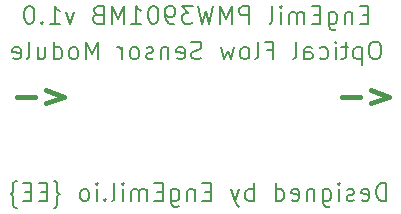
<source format=gbr>
%TF.GenerationSoftware,KiCad,Pcbnew,9.0.2*%
%TF.CreationDate,2025-06-12T16:07:02+02:00*%
%TF.ProjectId,engemil_pmw3901mb,656e6765-6d69-46c5-9f70-6d7733393031,1*%
%TF.SameCoordinates,Original*%
%TF.FileFunction,Legend,Bot*%
%TF.FilePolarity,Positive*%
%FSLAX46Y46*%
G04 Gerber Fmt 4.6, Leading zero omitted, Abs format (unit mm)*
G04 Created by KiCad (PCBNEW 9.0.2) date 2025-06-12 16:07:02*
%MOMM*%
%LPD*%
G01*
G04 APERTURE LIST*
%ADD10C,0.200000*%
%ADD11C,0.400000*%
G04 APERTURE END LIST*
D10*
X164725564Y-110306028D02*
X164439850Y-110306028D01*
X164439850Y-110306028D02*
X164296993Y-110377457D01*
X164296993Y-110377457D02*
X164154136Y-110520314D01*
X164154136Y-110520314D02*
X164082707Y-110806028D01*
X164082707Y-110806028D02*
X164082707Y-111306028D01*
X164082707Y-111306028D02*
X164154136Y-111591742D01*
X164154136Y-111591742D02*
X164296993Y-111734600D01*
X164296993Y-111734600D02*
X164439850Y-111806028D01*
X164439850Y-111806028D02*
X164725564Y-111806028D01*
X164725564Y-111806028D02*
X164868422Y-111734600D01*
X164868422Y-111734600D02*
X165011279Y-111591742D01*
X165011279Y-111591742D02*
X165082707Y-111306028D01*
X165082707Y-111306028D02*
X165082707Y-110806028D01*
X165082707Y-110806028D02*
X165011279Y-110520314D01*
X165011279Y-110520314D02*
X164868422Y-110377457D01*
X164868422Y-110377457D02*
X164725564Y-110306028D01*
X163439850Y-110806028D02*
X163439850Y-112306028D01*
X163439850Y-110877457D02*
X163296993Y-110806028D01*
X163296993Y-110806028D02*
X163011278Y-110806028D01*
X163011278Y-110806028D02*
X162868421Y-110877457D01*
X162868421Y-110877457D02*
X162796993Y-110948885D01*
X162796993Y-110948885D02*
X162725564Y-111091742D01*
X162725564Y-111091742D02*
X162725564Y-111520314D01*
X162725564Y-111520314D02*
X162796993Y-111663171D01*
X162796993Y-111663171D02*
X162868421Y-111734600D01*
X162868421Y-111734600D02*
X163011278Y-111806028D01*
X163011278Y-111806028D02*
X163296993Y-111806028D01*
X163296993Y-111806028D02*
X163439850Y-111734600D01*
X162296992Y-110806028D02*
X161725564Y-110806028D01*
X162082707Y-110306028D02*
X162082707Y-111591742D01*
X162082707Y-111591742D02*
X162011278Y-111734600D01*
X162011278Y-111734600D02*
X161868421Y-111806028D01*
X161868421Y-111806028D02*
X161725564Y-111806028D01*
X161225564Y-111806028D02*
X161225564Y-110806028D01*
X161225564Y-110306028D02*
X161296992Y-110377457D01*
X161296992Y-110377457D02*
X161225564Y-110448885D01*
X161225564Y-110448885D02*
X161154135Y-110377457D01*
X161154135Y-110377457D02*
X161225564Y-110306028D01*
X161225564Y-110306028D02*
X161225564Y-110448885D01*
X159868421Y-111734600D02*
X160011278Y-111806028D01*
X160011278Y-111806028D02*
X160296992Y-111806028D01*
X160296992Y-111806028D02*
X160439849Y-111734600D01*
X160439849Y-111734600D02*
X160511278Y-111663171D01*
X160511278Y-111663171D02*
X160582706Y-111520314D01*
X160582706Y-111520314D02*
X160582706Y-111091742D01*
X160582706Y-111091742D02*
X160511278Y-110948885D01*
X160511278Y-110948885D02*
X160439849Y-110877457D01*
X160439849Y-110877457D02*
X160296992Y-110806028D01*
X160296992Y-110806028D02*
X160011278Y-110806028D01*
X160011278Y-110806028D02*
X159868421Y-110877457D01*
X158582707Y-111806028D02*
X158582707Y-111020314D01*
X158582707Y-111020314D02*
X158654135Y-110877457D01*
X158654135Y-110877457D02*
X158796992Y-110806028D01*
X158796992Y-110806028D02*
X159082707Y-110806028D01*
X159082707Y-110806028D02*
X159225564Y-110877457D01*
X158582707Y-111734600D02*
X158725564Y-111806028D01*
X158725564Y-111806028D02*
X159082707Y-111806028D01*
X159082707Y-111806028D02*
X159225564Y-111734600D01*
X159225564Y-111734600D02*
X159296992Y-111591742D01*
X159296992Y-111591742D02*
X159296992Y-111448885D01*
X159296992Y-111448885D02*
X159225564Y-111306028D01*
X159225564Y-111306028D02*
X159082707Y-111234600D01*
X159082707Y-111234600D02*
X158725564Y-111234600D01*
X158725564Y-111234600D02*
X158582707Y-111163171D01*
X157654135Y-111806028D02*
X157796992Y-111734600D01*
X157796992Y-111734600D02*
X157868421Y-111591742D01*
X157868421Y-111591742D02*
X157868421Y-110306028D01*
X155439850Y-111020314D02*
X155939850Y-111020314D01*
X155939850Y-111806028D02*
X155939850Y-110306028D01*
X155939850Y-110306028D02*
X155225564Y-110306028D01*
X154439850Y-111806028D02*
X154582707Y-111734600D01*
X154582707Y-111734600D02*
X154654136Y-111591742D01*
X154654136Y-111591742D02*
X154654136Y-110306028D01*
X153654136Y-111806028D02*
X153796993Y-111734600D01*
X153796993Y-111734600D02*
X153868422Y-111663171D01*
X153868422Y-111663171D02*
X153939850Y-111520314D01*
X153939850Y-111520314D02*
X153939850Y-111091742D01*
X153939850Y-111091742D02*
X153868422Y-110948885D01*
X153868422Y-110948885D02*
X153796993Y-110877457D01*
X153796993Y-110877457D02*
X153654136Y-110806028D01*
X153654136Y-110806028D02*
X153439850Y-110806028D01*
X153439850Y-110806028D02*
X153296993Y-110877457D01*
X153296993Y-110877457D02*
X153225565Y-110948885D01*
X153225565Y-110948885D02*
X153154136Y-111091742D01*
X153154136Y-111091742D02*
X153154136Y-111520314D01*
X153154136Y-111520314D02*
X153225565Y-111663171D01*
X153225565Y-111663171D02*
X153296993Y-111734600D01*
X153296993Y-111734600D02*
X153439850Y-111806028D01*
X153439850Y-111806028D02*
X153654136Y-111806028D01*
X152654136Y-110806028D02*
X152368422Y-111806028D01*
X152368422Y-111806028D02*
X152082707Y-111091742D01*
X152082707Y-111091742D02*
X151796993Y-111806028D01*
X151796993Y-111806028D02*
X151511279Y-110806028D01*
X149868421Y-111734600D02*
X149654136Y-111806028D01*
X149654136Y-111806028D02*
X149296993Y-111806028D01*
X149296993Y-111806028D02*
X149154136Y-111734600D01*
X149154136Y-111734600D02*
X149082707Y-111663171D01*
X149082707Y-111663171D02*
X149011278Y-111520314D01*
X149011278Y-111520314D02*
X149011278Y-111377457D01*
X149011278Y-111377457D02*
X149082707Y-111234600D01*
X149082707Y-111234600D02*
X149154136Y-111163171D01*
X149154136Y-111163171D02*
X149296993Y-111091742D01*
X149296993Y-111091742D02*
X149582707Y-111020314D01*
X149582707Y-111020314D02*
X149725564Y-110948885D01*
X149725564Y-110948885D02*
X149796993Y-110877457D01*
X149796993Y-110877457D02*
X149868421Y-110734600D01*
X149868421Y-110734600D02*
X149868421Y-110591742D01*
X149868421Y-110591742D02*
X149796993Y-110448885D01*
X149796993Y-110448885D02*
X149725564Y-110377457D01*
X149725564Y-110377457D02*
X149582707Y-110306028D01*
X149582707Y-110306028D02*
X149225564Y-110306028D01*
X149225564Y-110306028D02*
X149011278Y-110377457D01*
X147796993Y-111734600D02*
X147939850Y-111806028D01*
X147939850Y-111806028D02*
X148225565Y-111806028D01*
X148225565Y-111806028D02*
X148368422Y-111734600D01*
X148368422Y-111734600D02*
X148439850Y-111591742D01*
X148439850Y-111591742D02*
X148439850Y-111020314D01*
X148439850Y-111020314D02*
X148368422Y-110877457D01*
X148368422Y-110877457D02*
X148225565Y-110806028D01*
X148225565Y-110806028D02*
X147939850Y-110806028D01*
X147939850Y-110806028D02*
X147796993Y-110877457D01*
X147796993Y-110877457D02*
X147725565Y-111020314D01*
X147725565Y-111020314D02*
X147725565Y-111163171D01*
X147725565Y-111163171D02*
X148439850Y-111306028D01*
X147082708Y-110806028D02*
X147082708Y-111806028D01*
X147082708Y-110948885D02*
X147011279Y-110877457D01*
X147011279Y-110877457D02*
X146868422Y-110806028D01*
X146868422Y-110806028D02*
X146654136Y-110806028D01*
X146654136Y-110806028D02*
X146511279Y-110877457D01*
X146511279Y-110877457D02*
X146439851Y-111020314D01*
X146439851Y-111020314D02*
X146439851Y-111806028D01*
X145796993Y-111734600D02*
X145654136Y-111806028D01*
X145654136Y-111806028D02*
X145368422Y-111806028D01*
X145368422Y-111806028D02*
X145225565Y-111734600D01*
X145225565Y-111734600D02*
X145154136Y-111591742D01*
X145154136Y-111591742D02*
X145154136Y-111520314D01*
X145154136Y-111520314D02*
X145225565Y-111377457D01*
X145225565Y-111377457D02*
X145368422Y-111306028D01*
X145368422Y-111306028D02*
X145582708Y-111306028D01*
X145582708Y-111306028D02*
X145725565Y-111234600D01*
X145725565Y-111234600D02*
X145796993Y-111091742D01*
X145796993Y-111091742D02*
X145796993Y-111020314D01*
X145796993Y-111020314D02*
X145725565Y-110877457D01*
X145725565Y-110877457D02*
X145582708Y-110806028D01*
X145582708Y-110806028D02*
X145368422Y-110806028D01*
X145368422Y-110806028D02*
X145225565Y-110877457D01*
X144296993Y-111806028D02*
X144439850Y-111734600D01*
X144439850Y-111734600D02*
X144511279Y-111663171D01*
X144511279Y-111663171D02*
X144582707Y-111520314D01*
X144582707Y-111520314D02*
X144582707Y-111091742D01*
X144582707Y-111091742D02*
X144511279Y-110948885D01*
X144511279Y-110948885D02*
X144439850Y-110877457D01*
X144439850Y-110877457D02*
X144296993Y-110806028D01*
X144296993Y-110806028D02*
X144082707Y-110806028D01*
X144082707Y-110806028D02*
X143939850Y-110877457D01*
X143939850Y-110877457D02*
X143868422Y-110948885D01*
X143868422Y-110948885D02*
X143796993Y-111091742D01*
X143796993Y-111091742D02*
X143796993Y-111520314D01*
X143796993Y-111520314D02*
X143868422Y-111663171D01*
X143868422Y-111663171D02*
X143939850Y-111734600D01*
X143939850Y-111734600D02*
X144082707Y-111806028D01*
X144082707Y-111806028D02*
X144296993Y-111806028D01*
X143154136Y-111806028D02*
X143154136Y-110806028D01*
X143154136Y-111091742D02*
X143082707Y-110948885D01*
X143082707Y-110948885D02*
X143011279Y-110877457D01*
X143011279Y-110877457D02*
X142868421Y-110806028D01*
X142868421Y-110806028D02*
X142725564Y-110806028D01*
X141082708Y-111806028D02*
X141082708Y-110306028D01*
X141082708Y-110306028D02*
X140582708Y-111377457D01*
X140582708Y-111377457D02*
X140082708Y-110306028D01*
X140082708Y-110306028D02*
X140082708Y-111806028D01*
X139154136Y-111806028D02*
X139296993Y-111734600D01*
X139296993Y-111734600D02*
X139368422Y-111663171D01*
X139368422Y-111663171D02*
X139439850Y-111520314D01*
X139439850Y-111520314D02*
X139439850Y-111091742D01*
X139439850Y-111091742D02*
X139368422Y-110948885D01*
X139368422Y-110948885D02*
X139296993Y-110877457D01*
X139296993Y-110877457D02*
X139154136Y-110806028D01*
X139154136Y-110806028D02*
X138939850Y-110806028D01*
X138939850Y-110806028D02*
X138796993Y-110877457D01*
X138796993Y-110877457D02*
X138725565Y-110948885D01*
X138725565Y-110948885D02*
X138654136Y-111091742D01*
X138654136Y-111091742D02*
X138654136Y-111520314D01*
X138654136Y-111520314D02*
X138725565Y-111663171D01*
X138725565Y-111663171D02*
X138796993Y-111734600D01*
X138796993Y-111734600D02*
X138939850Y-111806028D01*
X138939850Y-111806028D02*
X139154136Y-111806028D01*
X137368422Y-111806028D02*
X137368422Y-110306028D01*
X137368422Y-111734600D02*
X137511279Y-111806028D01*
X137511279Y-111806028D02*
X137796993Y-111806028D01*
X137796993Y-111806028D02*
X137939850Y-111734600D01*
X137939850Y-111734600D02*
X138011279Y-111663171D01*
X138011279Y-111663171D02*
X138082707Y-111520314D01*
X138082707Y-111520314D02*
X138082707Y-111091742D01*
X138082707Y-111091742D02*
X138011279Y-110948885D01*
X138011279Y-110948885D02*
X137939850Y-110877457D01*
X137939850Y-110877457D02*
X137796993Y-110806028D01*
X137796993Y-110806028D02*
X137511279Y-110806028D01*
X137511279Y-110806028D02*
X137368422Y-110877457D01*
X136011279Y-110806028D02*
X136011279Y-111806028D01*
X136654136Y-110806028D02*
X136654136Y-111591742D01*
X136654136Y-111591742D02*
X136582707Y-111734600D01*
X136582707Y-111734600D02*
X136439850Y-111806028D01*
X136439850Y-111806028D02*
X136225564Y-111806028D01*
X136225564Y-111806028D02*
X136082707Y-111734600D01*
X136082707Y-111734600D02*
X136011279Y-111663171D01*
X135082707Y-111806028D02*
X135225564Y-111734600D01*
X135225564Y-111734600D02*
X135296993Y-111591742D01*
X135296993Y-111591742D02*
X135296993Y-110306028D01*
X133939850Y-111734600D02*
X134082707Y-111806028D01*
X134082707Y-111806028D02*
X134368422Y-111806028D01*
X134368422Y-111806028D02*
X134511279Y-111734600D01*
X134511279Y-111734600D02*
X134582707Y-111591742D01*
X134582707Y-111591742D02*
X134582707Y-111020314D01*
X134582707Y-111020314D02*
X134511279Y-110877457D01*
X134511279Y-110877457D02*
X134368422Y-110806028D01*
X134368422Y-110806028D02*
X134082707Y-110806028D01*
X134082707Y-110806028D02*
X133939850Y-110877457D01*
X133939850Y-110877457D02*
X133868422Y-111020314D01*
X133868422Y-111020314D02*
X133868422Y-111163171D01*
X133868422Y-111163171D02*
X134582707Y-111306028D01*
X165511279Y-123806028D02*
X165511279Y-122306028D01*
X165511279Y-122306028D02*
X165154136Y-122306028D01*
X165154136Y-122306028D02*
X164939850Y-122377457D01*
X164939850Y-122377457D02*
X164796993Y-122520314D01*
X164796993Y-122520314D02*
X164725564Y-122663171D01*
X164725564Y-122663171D02*
X164654136Y-122948885D01*
X164654136Y-122948885D02*
X164654136Y-123163171D01*
X164654136Y-123163171D02*
X164725564Y-123448885D01*
X164725564Y-123448885D02*
X164796993Y-123591742D01*
X164796993Y-123591742D02*
X164939850Y-123734600D01*
X164939850Y-123734600D02*
X165154136Y-123806028D01*
X165154136Y-123806028D02*
X165511279Y-123806028D01*
X163439850Y-123734600D02*
X163582707Y-123806028D01*
X163582707Y-123806028D02*
X163868422Y-123806028D01*
X163868422Y-123806028D02*
X164011279Y-123734600D01*
X164011279Y-123734600D02*
X164082707Y-123591742D01*
X164082707Y-123591742D02*
X164082707Y-123020314D01*
X164082707Y-123020314D02*
X164011279Y-122877457D01*
X164011279Y-122877457D02*
X163868422Y-122806028D01*
X163868422Y-122806028D02*
X163582707Y-122806028D01*
X163582707Y-122806028D02*
X163439850Y-122877457D01*
X163439850Y-122877457D02*
X163368422Y-123020314D01*
X163368422Y-123020314D02*
X163368422Y-123163171D01*
X163368422Y-123163171D02*
X164082707Y-123306028D01*
X162796993Y-123734600D02*
X162654136Y-123806028D01*
X162654136Y-123806028D02*
X162368422Y-123806028D01*
X162368422Y-123806028D02*
X162225565Y-123734600D01*
X162225565Y-123734600D02*
X162154136Y-123591742D01*
X162154136Y-123591742D02*
X162154136Y-123520314D01*
X162154136Y-123520314D02*
X162225565Y-123377457D01*
X162225565Y-123377457D02*
X162368422Y-123306028D01*
X162368422Y-123306028D02*
X162582708Y-123306028D01*
X162582708Y-123306028D02*
X162725565Y-123234600D01*
X162725565Y-123234600D02*
X162796993Y-123091742D01*
X162796993Y-123091742D02*
X162796993Y-123020314D01*
X162796993Y-123020314D02*
X162725565Y-122877457D01*
X162725565Y-122877457D02*
X162582708Y-122806028D01*
X162582708Y-122806028D02*
X162368422Y-122806028D01*
X162368422Y-122806028D02*
X162225565Y-122877457D01*
X161511279Y-123806028D02*
X161511279Y-122806028D01*
X161511279Y-122306028D02*
X161582707Y-122377457D01*
X161582707Y-122377457D02*
X161511279Y-122448885D01*
X161511279Y-122448885D02*
X161439850Y-122377457D01*
X161439850Y-122377457D02*
X161511279Y-122306028D01*
X161511279Y-122306028D02*
X161511279Y-122448885D01*
X160154136Y-122806028D02*
X160154136Y-124020314D01*
X160154136Y-124020314D02*
X160225564Y-124163171D01*
X160225564Y-124163171D02*
X160296993Y-124234600D01*
X160296993Y-124234600D02*
X160439850Y-124306028D01*
X160439850Y-124306028D02*
X160654136Y-124306028D01*
X160654136Y-124306028D02*
X160796993Y-124234600D01*
X160154136Y-123734600D02*
X160296993Y-123806028D01*
X160296993Y-123806028D02*
X160582707Y-123806028D01*
X160582707Y-123806028D02*
X160725564Y-123734600D01*
X160725564Y-123734600D02*
X160796993Y-123663171D01*
X160796993Y-123663171D02*
X160868421Y-123520314D01*
X160868421Y-123520314D02*
X160868421Y-123091742D01*
X160868421Y-123091742D02*
X160796993Y-122948885D01*
X160796993Y-122948885D02*
X160725564Y-122877457D01*
X160725564Y-122877457D02*
X160582707Y-122806028D01*
X160582707Y-122806028D02*
X160296993Y-122806028D01*
X160296993Y-122806028D02*
X160154136Y-122877457D01*
X159439850Y-122806028D02*
X159439850Y-123806028D01*
X159439850Y-122948885D02*
X159368421Y-122877457D01*
X159368421Y-122877457D02*
X159225564Y-122806028D01*
X159225564Y-122806028D02*
X159011278Y-122806028D01*
X159011278Y-122806028D02*
X158868421Y-122877457D01*
X158868421Y-122877457D02*
X158796993Y-123020314D01*
X158796993Y-123020314D02*
X158796993Y-123806028D01*
X157511278Y-123734600D02*
X157654135Y-123806028D01*
X157654135Y-123806028D02*
X157939850Y-123806028D01*
X157939850Y-123806028D02*
X158082707Y-123734600D01*
X158082707Y-123734600D02*
X158154135Y-123591742D01*
X158154135Y-123591742D02*
X158154135Y-123020314D01*
X158154135Y-123020314D02*
X158082707Y-122877457D01*
X158082707Y-122877457D02*
X157939850Y-122806028D01*
X157939850Y-122806028D02*
X157654135Y-122806028D01*
X157654135Y-122806028D02*
X157511278Y-122877457D01*
X157511278Y-122877457D02*
X157439850Y-123020314D01*
X157439850Y-123020314D02*
X157439850Y-123163171D01*
X157439850Y-123163171D02*
X158154135Y-123306028D01*
X156154136Y-123806028D02*
X156154136Y-122306028D01*
X156154136Y-123734600D02*
X156296993Y-123806028D01*
X156296993Y-123806028D02*
X156582707Y-123806028D01*
X156582707Y-123806028D02*
X156725564Y-123734600D01*
X156725564Y-123734600D02*
X156796993Y-123663171D01*
X156796993Y-123663171D02*
X156868421Y-123520314D01*
X156868421Y-123520314D02*
X156868421Y-123091742D01*
X156868421Y-123091742D02*
X156796993Y-122948885D01*
X156796993Y-122948885D02*
X156725564Y-122877457D01*
X156725564Y-122877457D02*
X156582707Y-122806028D01*
X156582707Y-122806028D02*
X156296993Y-122806028D01*
X156296993Y-122806028D02*
X156154136Y-122877457D01*
X154296993Y-123806028D02*
X154296993Y-122306028D01*
X154296993Y-122877457D02*
X154154136Y-122806028D01*
X154154136Y-122806028D02*
X153868421Y-122806028D01*
X153868421Y-122806028D02*
X153725564Y-122877457D01*
X153725564Y-122877457D02*
X153654136Y-122948885D01*
X153654136Y-122948885D02*
X153582707Y-123091742D01*
X153582707Y-123091742D02*
X153582707Y-123520314D01*
X153582707Y-123520314D02*
X153654136Y-123663171D01*
X153654136Y-123663171D02*
X153725564Y-123734600D01*
X153725564Y-123734600D02*
X153868421Y-123806028D01*
X153868421Y-123806028D02*
X154154136Y-123806028D01*
X154154136Y-123806028D02*
X154296993Y-123734600D01*
X153082707Y-122806028D02*
X152725564Y-123806028D01*
X152368421Y-122806028D02*
X152725564Y-123806028D01*
X152725564Y-123806028D02*
X152868421Y-124163171D01*
X152868421Y-124163171D02*
X152939850Y-124234600D01*
X152939850Y-124234600D02*
X153082707Y-124306028D01*
X150654136Y-123020314D02*
X150154136Y-123020314D01*
X149939850Y-123806028D02*
X150654136Y-123806028D01*
X150654136Y-123806028D02*
X150654136Y-122306028D01*
X150654136Y-122306028D02*
X149939850Y-122306028D01*
X149296993Y-122806028D02*
X149296993Y-123806028D01*
X149296993Y-122948885D02*
X149225564Y-122877457D01*
X149225564Y-122877457D02*
X149082707Y-122806028D01*
X149082707Y-122806028D02*
X148868421Y-122806028D01*
X148868421Y-122806028D02*
X148725564Y-122877457D01*
X148725564Y-122877457D02*
X148654136Y-123020314D01*
X148654136Y-123020314D02*
X148654136Y-123806028D01*
X147296993Y-122806028D02*
X147296993Y-124020314D01*
X147296993Y-124020314D02*
X147368421Y-124163171D01*
X147368421Y-124163171D02*
X147439850Y-124234600D01*
X147439850Y-124234600D02*
X147582707Y-124306028D01*
X147582707Y-124306028D02*
X147796993Y-124306028D01*
X147796993Y-124306028D02*
X147939850Y-124234600D01*
X147296993Y-123734600D02*
X147439850Y-123806028D01*
X147439850Y-123806028D02*
X147725564Y-123806028D01*
X147725564Y-123806028D02*
X147868421Y-123734600D01*
X147868421Y-123734600D02*
X147939850Y-123663171D01*
X147939850Y-123663171D02*
X148011278Y-123520314D01*
X148011278Y-123520314D02*
X148011278Y-123091742D01*
X148011278Y-123091742D02*
X147939850Y-122948885D01*
X147939850Y-122948885D02*
X147868421Y-122877457D01*
X147868421Y-122877457D02*
X147725564Y-122806028D01*
X147725564Y-122806028D02*
X147439850Y-122806028D01*
X147439850Y-122806028D02*
X147296993Y-122877457D01*
X146582707Y-123020314D02*
X146082707Y-123020314D01*
X145868421Y-123806028D02*
X146582707Y-123806028D01*
X146582707Y-123806028D02*
X146582707Y-122306028D01*
X146582707Y-122306028D02*
X145868421Y-122306028D01*
X145225564Y-123806028D02*
X145225564Y-122806028D01*
X145225564Y-122948885D02*
X145154135Y-122877457D01*
X145154135Y-122877457D02*
X145011278Y-122806028D01*
X145011278Y-122806028D02*
X144796992Y-122806028D01*
X144796992Y-122806028D02*
X144654135Y-122877457D01*
X144654135Y-122877457D02*
X144582707Y-123020314D01*
X144582707Y-123020314D02*
X144582707Y-123806028D01*
X144582707Y-123020314D02*
X144511278Y-122877457D01*
X144511278Y-122877457D02*
X144368421Y-122806028D01*
X144368421Y-122806028D02*
X144154135Y-122806028D01*
X144154135Y-122806028D02*
X144011278Y-122877457D01*
X144011278Y-122877457D02*
X143939849Y-123020314D01*
X143939849Y-123020314D02*
X143939849Y-123806028D01*
X143225564Y-123806028D02*
X143225564Y-122806028D01*
X143225564Y-122306028D02*
X143296992Y-122377457D01*
X143296992Y-122377457D02*
X143225564Y-122448885D01*
X143225564Y-122448885D02*
X143154135Y-122377457D01*
X143154135Y-122377457D02*
X143225564Y-122306028D01*
X143225564Y-122306028D02*
X143225564Y-122448885D01*
X142296992Y-123806028D02*
X142439849Y-123734600D01*
X142439849Y-123734600D02*
X142511278Y-123591742D01*
X142511278Y-123591742D02*
X142511278Y-122306028D01*
X141725564Y-123663171D02*
X141654135Y-123734600D01*
X141654135Y-123734600D02*
X141725564Y-123806028D01*
X141725564Y-123806028D02*
X141796992Y-123734600D01*
X141796992Y-123734600D02*
X141725564Y-123663171D01*
X141725564Y-123663171D02*
X141725564Y-123806028D01*
X141011278Y-123806028D02*
X141011278Y-122806028D01*
X141011278Y-122306028D02*
X141082706Y-122377457D01*
X141082706Y-122377457D02*
X141011278Y-122448885D01*
X141011278Y-122448885D02*
X140939849Y-122377457D01*
X140939849Y-122377457D02*
X141011278Y-122306028D01*
X141011278Y-122306028D02*
X141011278Y-122448885D01*
X140082706Y-123806028D02*
X140225563Y-123734600D01*
X140225563Y-123734600D02*
X140296992Y-123663171D01*
X140296992Y-123663171D02*
X140368420Y-123520314D01*
X140368420Y-123520314D02*
X140368420Y-123091742D01*
X140368420Y-123091742D02*
X140296992Y-122948885D01*
X140296992Y-122948885D02*
X140225563Y-122877457D01*
X140225563Y-122877457D02*
X140082706Y-122806028D01*
X140082706Y-122806028D02*
X139868420Y-122806028D01*
X139868420Y-122806028D02*
X139725563Y-122877457D01*
X139725563Y-122877457D02*
X139654135Y-122948885D01*
X139654135Y-122948885D02*
X139582706Y-123091742D01*
X139582706Y-123091742D02*
X139582706Y-123520314D01*
X139582706Y-123520314D02*
X139654135Y-123663171D01*
X139654135Y-123663171D02*
X139725563Y-123734600D01*
X139725563Y-123734600D02*
X139868420Y-123806028D01*
X139868420Y-123806028D02*
X140082706Y-123806028D01*
X137368420Y-124377457D02*
X137439849Y-124377457D01*
X137439849Y-124377457D02*
X137582706Y-124306028D01*
X137582706Y-124306028D02*
X137654135Y-124163171D01*
X137654135Y-124163171D02*
X137654135Y-123448885D01*
X137654135Y-123448885D02*
X137725563Y-123306028D01*
X137725563Y-123306028D02*
X137868420Y-123234600D01*
X137868420Y-123234600D02*
X137725563Y-123163171D01*
X137725563Y-123163171D02*
X137654135Y-123020314D01*
X137654135Y-123020314D02*
X137654135Y-122306028D01*
X137654135Y-122306028D02*
X137582706Y-122163171D01*
X137582706Y-122163171D02*
X137439849Y-122091742D01*
X137439849Y-122091742D02*
X137368420Y-122091742D01*
X136796992Y-123020314D02*
X136296992Y-123020314D01*
X136082706Y-123806028D02*
X136796992Y-123806028D01*
X136796992Y-123806028D02*
X136796992Y-122306028D01*
X136796992Y-122306028D02*
X136082706Y-122306028D01*
X135439849Y-123020314D02*
X134939849Y-123020314D01*
X134725563Y-123806028D02*
X135439849Y-123806028D01*
X135439849Y-123806028D02*
X135439849Y-122306028D01*
X135439849Y-122306028D02*
X134725563Y-122306028D01*
X134225563Y-124377457D02*
X134154134Y-124377457D01*
X134154134Y-124377457D02*
X134011277Y-124306028D01*
X134011277Y-124306028D02*
X133939849Y-124163171D01*
X133939849Y-124163171D02*
X133939849Y-123448885D01*
X133939849Y-123448885D02*
X133868420Y-123306028D01*
X133868420Y-123306028D02*
X133725563Y-123234600D01*
X133725563Y-123234600D02*
X133868420Y-123163171D01*
X133868420Y-123163171D02*
X133939849Y-123020314D01*
X133939849Y-123020314D02*
X133939849Y-122306028D01*
X133939849Y-122306028D02*
X134011277Y-122163171D01*
X134011277Y-122163171D02*
X134154134Y-122091742D01*
X134154134Y-122091742D02*
X134225563Y-122091742D01*
D11*
X161739347Y-114972533D02*
X163263157Y-114972533D01*
X164215537Y-114401104D02*
X165739347Y-114972533D01*
X165739347Y-114972533D02*
X164215537Y-115543961D01*
D10*
X164011279Y-108020314D02*
X163511279Y-108020314D01*
X163296993Y-108806028D02*
X164011279Y-108806028D01*
X164011279Y-108806028D02*
X164011279Y-107306028D01*
X164011279Y-107306028D02*
X163296993Y-107306028D01*
X162654136Y-107806028D02*
X162654136Y-108806028D01*
X162654136Y-107948885D02*
X162582707Y-107877457D01*
X162582707Y-107877457D02*
X162439850Y-107806028D01*
X162439850Y-107806028D02*
X162225564Y-107806028D01*
X162225564Y-107806028D02*
X162082707Y-107877457D01*
X162082707Y-107877457D02*
X162011279Y-108020314D01*
X162011279Y-108020314D02*
X162011279Y-108806028D01*
X160654136Y-107806028D02*
X160654136Y-109020314D01*
X160654136Y-109020314D02*
X160725564Y-109163171D01*
X160725564Y-109163171D02*
X160796993Y-109234600D01*
X160796993Y-109234600D02*
X160939850Y-109306028D01*
X160939850Y-109306028D02*
X161154136Y-109306028D01*
X161154136Y-109306028D02*
X161296993Y-109234600D01*
X160654136Y-108734600D02*
X160796993Y-108806028D01*
X160796993Y-108806028D02*
X161082707Y-108806028D01*
X161082707Y-108806028D02*
X161225564Y-108734600D01*
X161225564Y-108734600D02*
X161296993Y-108663171D01*
X161296993Y-108663171D02*
X161368421Y-108520314D01*
X161368421Y-108520314D02*
X161368421Y-108091742D01*
X161368421Y-108091742D02*
X161296993Y-107948885D01*
X161296993Y-107948885D02*
X161225564Y-107877457D01*
X161225564Y-107877457D02*
X161082707Y-107806028D01*
X161082707Y-107806028D02*
X160796993Y-107806028D01*
X160796993Y-107806028D02*
X160654136Y-107877457D01*
X159939850Y-108020314D02*
X159439850Y-108020314D01*
X159225564Y-108806028D02*
X159939850Y-108806028D01*
X159939850Y-108806028D02*
X159939850Y-107306028D01*
X159939850Y-107306028D02*
X159225564Y-107306028D01*
X158582707Y-108806028D02*
X158582707Y-107806028D01*
X158582707Y-107948885D02*
X158511278Y-107877457D01*
X158511278Y-107877457D02*
X158368421Y-107806028D01*
X158368421Y-107806028D02*
X158154135Y-107806028D01*
X158154135Y-107806028D02*
X158011278Y-107877457D01*
X158011278Y-107877457D02*
X157939850Y-108020314D01*
X157939850Y-108020314D02*
X157939850Y-108806028D01*
X157939850Y-108020314D02*
X157868421Y-107877457D01*
X157868421Y-107877457D02*
X157725564Y-107806028D01*
X157725564Y-107806028D02*
X157511278Y-107806028D01*
X157511278Y-107806028D02*
X157368421Y-107877457D01*
X157368421Y-107877457D02*
X157296992Y-108020314D01*
X157296992Y-108020314D02*
X157296992Y-108806028D01*
X156582707Y-108806028D02*
X156582707Y-107806028D01*
X156582707Y-107306028D02*
X156654135Y-107377457D01*
X156654135Y-107377457D02*
X156582707Y-107448885D01*
X156582707Y-107448885D02*
X156511278Y-107377457D01*
X156511278Y-107377457D02*
X156582707Y-107306028D01*
X156582707Y-107306028D02*
X156582707Y-107448885D01*
X155654135Y-108806028D02*
X155796992Y-108734600D01*
X155796992Y-108734600D02*
X155868421Y-108591742D01*
X155868421Y-108591742D02*
X155868421Y-107306028D01*
X153939850Y-108806028D02*
X153939850Y-107306028D01*
X153939850Y-107306028D02*
X153368421Y-107306028D01*
X153368421Y-107306028D02*
X153225564Y-107377457D01*
X153225564Y-107377457D02*
X153154135Y-107448885D01*
X153154135Y-107448885D02*
X153082707Y-107591742D01*
X153082707Y-107591742D02*
X153082707Y-107806028D01*
X153082707Y-107806028D02*
X153154135Y-107948885D01*
X153154135Y-107948885D02*
X153225564Y-108020314D01*
X153225564Y-108020314D02*
X153368421Y-108091742D01*
X153368421Y-108091742D02*
X153939850Y-108091742D01*
X152439850Y-108806028D02*
X152439850Y-107306028D01*
X152439850Y-107306028D02*
X151939850Y-108377457D01*
X151939850Y-108377457D02*
X151439850Y-107306028D01*
X151439850Y-107306028D02*
X151439850Y-108806028D01*
X150868421Y-107306028D02*
X150511278Y-108806028D01*
X150511278Y-108806028D02*
X150225564Y-107734600D01*
X150225564Y-107734600D02*
X149939849Y-108806028D01*
X149939849Y-108806028D02*
X149582707Y-107306028D01*
X149154135Y-107306028D02*
X148225563Y-107306028D01*
X148225563Y-107306028D02*
X148725563Y-107877457D01*
X148725563Y-107877457D02*
X148511278Y-107877457D01*
X148511278Y-107877457D02*
X148368421Y-107948885D01*
X148368421Y-107948885D02*
X148296992Y-108020314D01*
X148296992Y-108020314D02*
X148225563Y-108163171D01*
X148225563Y-108163171D02*
X148225563Y-108520314D01*
X148225563Y-108520314D02*
X148296992Y-108663171D01*
X148296992Y-108663171D02*
X148368421Y-108734600D01*
X148368421Y-108734600D02*
X148511278Y-108806028D01*
X148511278Y-108806028D02*
X148939849Y-108806028D01*
X148939849Y-108806028D02*
X149082706Y-108734600D01*
X149082706Y-108734600D02*
X149154135Y-108663171D01*
X147511278Y-108806028D02*
X147225564Y-108806028D01*
X147225564Y-108806028D02*
X147082707Y-108734600D01*
X147082707Y-108734600D02*
X147011278Y-108663171D01*
X147011278Y-108663171D02*
X146868421Y-108448885D01*
X146868421Y-108448885D02*
X146796992Y-108163171D01*
X146796992Y-108163171D02*
X146796992Y-107591742D01*
X146796992Y-107591742D02*
X146868421Y-107448885D01*
X146868421Y-107448885D02*
X146939850Y-107377457D01*
X146939850Y-107377457D02*
X147082707Y-107306028D01*
X147082707Y-107306028D02*
X147368421Y-107306028D01*
X147368421Y-107306028D02*
X147511278Y-107377457D01*
X147511278Y-107377457D02*
X147582707Y-107448885D01*
X147582707Y-107448885D02*
X147654135Y-107591742D01*
X147654135Y-107591742D02*
X147654135Y-107948885D01*
X147654135Y-107948885D02*
X147582707Y-108091742D01*
X147582707Y-108091742D02*
X147511278Y-108163171D01*
X147511278Y-108163171D02*
X147368421Y-108234600D01*
X147368421Y-108234600D02*
X147082707Y-108234600D01*
X147082707Y-108234600D02*
X146939850Y-108163171D01*
X146939850Y-108163171D02*
X146868421Y-108091742D01*
X146868421Y-108091742D02*
X146796992Y-107948885D01*
X145868421Y-107306028D02*
X145725564Y-107306028D01*
X145725564Y-107306028D02*
X145582707Y-107377457D01*
X145582707Y-107377457D02*
X145511279Y-107448885D01*
X145511279Y-107448885D02*
X145439850Y-107591742D01*
X145439850Y-107591742D02*
X145368421Y-107877457D01*
X145368421Y-107877457D02*
X145368421Y-108234600D01*
X145368421Y-108234600D02*
X145439850Y-108520314D01*
X145439850Y-108520314D02*
X145511279Y-108663171D01*
X145511279Y-108663171D02*
X145582707Y-108734600D01*
X145582707Y-108734600D02*
X145725564Y-108806028D01*
X145725564Y-108806028D02*
X145868421Y-108806028D01*
X145868421Y-108806028D02*
X146011279Y-108734600D01*
X146011279Y-108734600D02*
X146082707Y-108663171D01*
X146082707Y-108663171D02*
X146154136Y-108520314D01*
X146154136Y-108520314D02*
X146225564Y-108234600D01*
X146225564Y-108234600D02*
X146225564Y-107877457D01*
X146225564Y-107877457D02*
X146154136Y-107591742D01*
X146154136Y-107591742D02*
X146082707Y-107448885D01*
X146082707Y-107448885D02*
X146011279Y-107377457D01*
X146011279Y-107377457D02*
X145868421Y-107306028D01*
X143939850Y-108806028D02*
X144796993Y-108806028D01*
X144368422Y-108806028D02*
X144368422Y-107306028D01*
X144368422Y-107306028D02*
X144511279Y-107520314D01*
X144511279Y-107520314D02*
X144654136Y-107663171D01*
X144654136Y-107663171D02*
X144796993Y-107734600D01*
X143296994Y-108806028D02*
X143296994Y-107306028D01*
X143296994Y-107306028D02*
X142796994Y-108377457D01*
X142796994Y-108377457D02*
X142296994Y-107306028D01*
X142296994Y-107306028D02*
X142296994Y-108806028D01*
X141082708Y-108020314D02*
X140868422Y-108091742D01*
X140868422Y-108091742D02*
X140796993Y-108163171D01*
X140796993Y-108163171D02*
X140725565Y-108306028D01*
X140725565Y-108306028D02*
X140725565Y-108520314D01*
X140725565Y-108520314D02*
X140796993Y-108663171D01*
X140796993Y-108663171D02*
X140868422Y-108734600D01*
X140868422Y-108734600D02*
X141011279Y-108806028D01*
X141011279Y-108806028D02*
X141582708Y-108806028D01*
X141582708Y-108806028D02*
X141582708Y-107306028D01*
X141582708Y-107306028D02*
X141082708Y-107306028D01*
X141082708Y-107306028D02*
X140939851Y-107377457D01*
X140939851Y-107377457D02*
X140868422Y-107448885D01*
X140868422Y-107448885D02*
X140796993Y-107591742D01*
X140796993Y-107591742D02*
X140796993Y-107734600D01*
X140796993Y-107734600D02*
X140868422Y-107877457D01*
X140868422Y-107877457D02*
X140939851Y-107948885D01*
X140939851Y-107948885D02*
X141082708Y-108020314D01*
X141082708Y-108020314D02*
X141582708Y-108020314D01*
X139082708Y-107806028D02*
X138725565Y-108806028D01*
X138725565Y-108806028D02*
X138368422Y-107806028D01*
X137011279Y-108806028D02*
X137868422Y-108806028D01*
X137439851Y-108806028D02*
X137439851Y-107306028D01*
X137439851Y-107306028D02*
X137582708Y-107520314D01*
X137582708Y-107520314D02*
X137725565Y-107663171D01*
X137725565Y-107663171D02*
X137868422Y-107734600D01*
X136368423Y-108663171D02*
X136296994Y-108734600D01*
X136296994Y-108734600D02*
X136368423Y-108806028D01*
X136368423Y-108806028D02*
X136439851Y-108734600D01*
X136439851Y-108734600D02*
X136368423Y-108663171D01*
X136368423Y-108663171D02*
X136368423Y-108806028D01*
X135368422Y-107306028D02*
X135225565Y-107306028D01*
X135225565Y-107306028D02*
X135082708Y-107377457D01*
X135082708Y-107377457D02*
X135011280Y-107448885D01*
X135011280Y-107448885D02*
X134939851Y-107591742D01*
X134939851Y-107591742D02*
X134868422Y-107877457D01*
X134868422Y-107877457D02*
X134868422Y-108234600D01*
X134868422Y-108234600D02*
X134939851Y-108520314D01*
X134939851Y-108520314D02*
X135011280Y-108663171D01*
X135011280Y-108663171D02*
X135082708Y-108734600D01*
X135082708Y-108734600D02*
X135225565Y-108806028D01*
X135225565Y-108806028D02*
X135368422Y-108806028D01*
X135368422Y-108806028D02*
X135511280Y-108734600D01*
X135511280Y-108734600D02*
X135582708Y-108663171D01*
X135582708Y-108663171D02*
X135654137Y-108520314D01*
X135654137Y-108520314D02*
X135725565Y-108234600D01*
X135725565Y-108234600D02*
X135725565Y-107877457D01*
X135725565Y-107877457D02*
X135654137Y-107591742D01*
X135654137Y-107591742D02*
X135582708Y-107448885D01*
X135582708Y-107448885D02*
X135511280Y-107377457D01*
X135511280Y-107377457D02*
X135368422Y-107306028D01*
D11*
X134239347Y-114972533D02*
X135763157Y-114972533D01*
X136715537Y-114401104D02*
X138239347Y-114972533D01*
X138239347Y-114972533D02*
X136715537Y-115543961D01*
M02*

</source>
